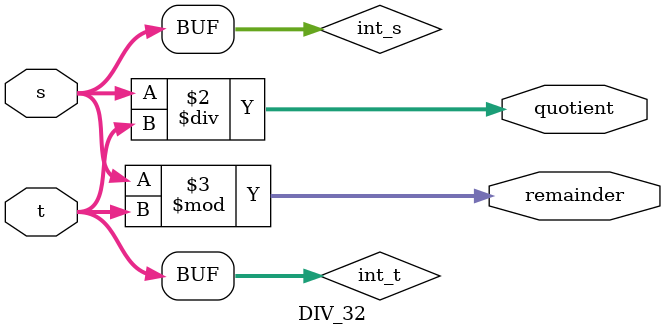
<source format=v>
`timescale 1ns / 1ps
/**********************************************************
*
* Author:   Bryan Linares
* Filename: MPY_32.v
* Date:     Sep. 11, 2018
* Project:  CECS 440 Lab 1
* Version:  1.0
*
* Notes:    32 bit Division module for MIPS ISA
*           Casts raw input to Integer type for calculation.
***********************************************************/
module DIV_32( s, t, remainder, quotient );

   input [31:0] s;
   input [31:0] t;
   
   output reg [31:0] remainder;
   output reg [31:0] quotient;

   integer int_s, int_t;
   
   always@(*) begin
      int_s = s;
      int_t = t;
      quotient  = int_s / int_t;
      remainder = int_s % int_t;
   end
endmodule

</source>
